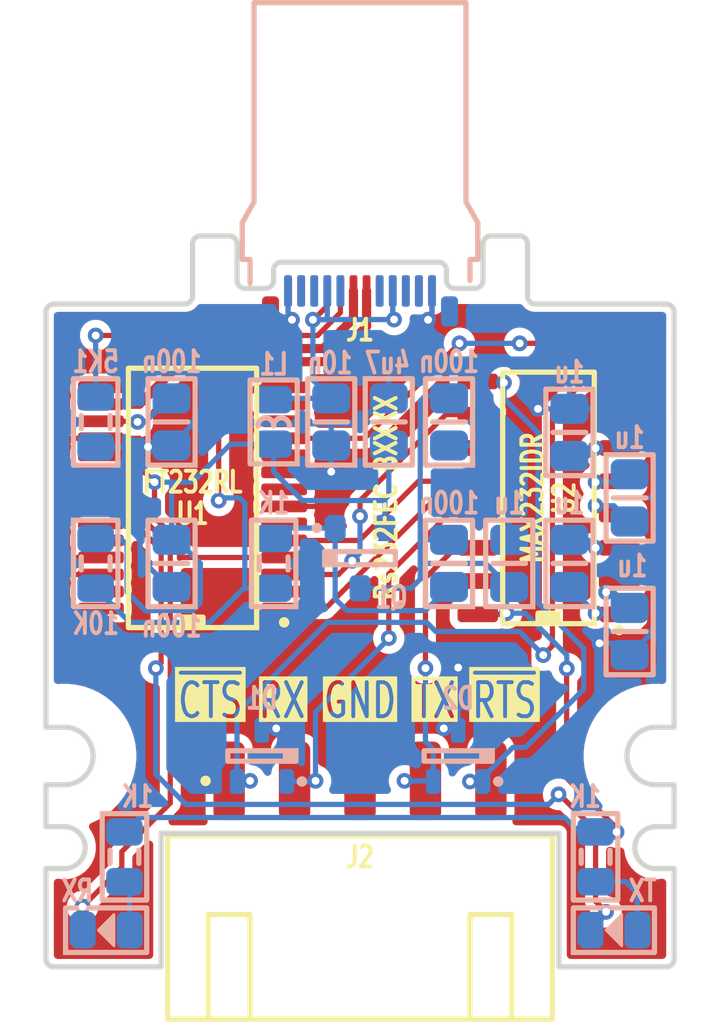
<source format=kicad_pcb>
(kicad_pcb (version 20241229) (generator "pcbnew") (generator_version "9.0")
  (layers (0 "F.Cu" signal) (2 "B.Cu" jumper) (13 "F.Paste" user) (15 "B.Paste" user) (5 "F.SilkS" user "F.Silkscreen") (7 "B.SilkS" user "B.Silkscreen") (1 "F.Mask" user) (3 "B.Mask" user) (25 "Edge.Cuts" user))
  (net 0 "")
  (net 1 "A_CC")
  (net 2 "TXD")
  (net 3 "5V")
  (net 4 "RXD")
  (net 5 "USB_DP")
  (net 6 "USB_DM")
  (net 7 "GND")
  (net 8 "USB_Vin")
  (net 9 "3V3")
  (net 10 "LED_TXD")
  (net 11 "LED_TXD'")
  (net 12 "LED_RXD'")
  (net 13 "LED_RXD")
  (net 14 "5V_SW")
  (net 15 "PWREN#'")
  (net 16 "PWREN#")
  (net 17 "C1-")
  (net 18 "C1+")
  (net 19 "C2+")
  (net 20 "C2-")
  (net 21 "RS232_TX")
  (net 22 "RS232_RX")
  (net 23 "VS-")
  (net 24 "VS+")
  (net 25 "RS232_CTS")
  (net 26 "RS232_RTS")
  (net 27 "RTS")
  (net 28 "CTS")
  (footprint "Medo64:J USB C 3.2 Edge (24w)" (layer "F.Cu") (at 32 22)
    (property "Reference" "J1")
    (property "Value" "105444-0001" (hide yes))
  )
  (footprint "Medo64:J JST XH Edge [RS232] (5w)" (layer "F.Cu") (at 32 40.8)
    (property "Reference" "J2")
    (property "Value" "B5B-XH-A")
  )
  (footprint "Medo64:U Transceiver UART [FT232R] (SSOP-28)" (layer "F.Cu") (at 25.6 30 180)
    (property "Reference" "U1")
    (property "Value" "FT232RL")
  )
  (footprint "Medo64:U Transceiver RS232 [MAX232IDR] (SOIC-16)" (layer "F.Cu") (at 39.2 30 180)
    (property "Reference" "U2")
    (property "Value" "MAX232IDR")
  )
  (footprint "Medo64:R (0805)" (layer "B.Cu") (at 41 43.7 -90)
    (property "Reference" "R2" (hide yes))
    (property "Value" "1K")
  )
  (footprint "Medo64:C (0805)" (layer "B.Cu") (at 42.3 35.1 -90)
    (property "Reference" "C10" (hide yes))
    (property "Value" "1u")
  )
  (footprint "Medo64:L (0805)" (layer "B.Cu") (at 28.7 27.1 90)
    (property "Reference" "L1")
    (property "Value" "600R" (hide yes))
  )
  (footprint "Medo64:C (0805)" (layer "B.Cu") (at 40 27.5 90)
    (property "Reference" "C7" (hide yes))
    (property "Value" "1u")
  )
  (footprint "Medo64:D TVS 12V [PESD12VL2BT,215] (SOT23-3)" (layer "B.Cu") (at 28.25 39.85 180)
    (property "Reference" "D1")
    (property "Value" "PESD12VL2BT" (hide yes))
  )
  (footprint "Medo64:C (0805)" (layer "B.Cu") (at 30.9 27.1 90)
    (property "Reference" "C1" (hide yes))
    (property "Value" "10n")
  )
  (footprint "Medo64:DS (0805)" (layer "B.Cu") (at 41.7 46.5)
    (property "Reference" "DS2" (hide yes))
    (property "Value" "TX")
  )
  (footprint "Medo64:R (0805)" (layer "B.Cu") (at 28.7 32.5 90)
    (property "Reference" "R3" (hide yes))
    (property "Value" "1K")
  )
  (footprint "Medo64:R (0805)" (layer "B.Cu") (at 21.9 32.5 -90)
    (property "Reference" "R5" (hide yes))
    (property "Value" "10K")
  )
  (footprint "Medo64:C (0805)" (layer "B.Cu") (at 24.8 27.1 90)
    (property "Reference" "C3" (hide yes))
    (property "Value" "100n")
  )
  (footprint "Medo64:C (0805)" (layer "B.Cu") (at 35.4 27.1 90)
    (property "Reference" "C4" (hide yes))
    (property "Value" "100n")
  )
  (footprint "Medo64:C (0805)" (layer "B.Cu") (at 24.8 32.5 90)
    (property "Reference" "C2" (hide yes))
    (property "Value" "100n")
  )
  (footprint "Medo64:R (0805)" (layer "B.Cu") (at 21.9 27.1 90)
    (property "Reference" "R4" (hide yes))
    (property "Value" "5K1")
  )
  (footprint "Medo64:D TVS 12V [PESD12VL2BT,215] (SOT23-3)" (layer "B.Cu") (at 35.75 39.85 180)
    (property "Reference" "D2")
    (property "Value" "PESD12VL2BT" (hide yes))
  )
  (footprint "Medo64:C (0805)" (layer "B.Cu") (at 42.3 30 -90)
    (property "Reference" "C9" (hide yes))
    (property "Value" "1u")
  )
  (footprint "Medo64:C (0805)" (layer "B.Cu") (at 37.7 32.5 90)
    (property "Reference" "C6" (hide yes))
    (property "Value" "1u")
  )
  (footprint "Medo64:C (0805)" (layer "B.Cu") (at 40 32.5 90)
    (property "Reference" "C9" (hide yes))
    (property "Value" "1u")
  )
  (footprint "Medo64:Q MOSFET-P (SOT23-3)" (layer "B.Cu") (at 32 32.3)
    (property "Reference" "Q1")
    (property "Value" "DMP3099L-13" (hide yes))
  )
  (footprint "Medo64:DS (0805)" (layer "B.Cu") (at 22.3 46.5)
    (property "Reference" "DS1" (hide yes))
    (property "Value" "RX")
  )
  (footprint "Medo64:R (0805)" (layer "B.Cu") (at 23 43.7 -90)
    (property "Reference" "R1" (hide yes))
    (property "Value" "1K")
  )
  (footprint "Medo64:C (0805)" (layer "B.Cu") (at 33.1 27.1 -90)
    (property "Reference" "C6" (hide yes))
    (property "Value" "4u7")
  )
  (footprint "Medo64:C (0805)" (layer "B.Cu") (at 35.4 32.5 90)
    (property "Reference" "C5" (hide yes))
    (property "Value" "100n")
  )
  (gr_line (start 38.4 20.3) (end 38.4 22.3) (stroke (width 0.2)) (layer "Edge.Cuts"))
  (gr_arc (start 25.6 22.3) (mid 25.512132 22.512132) (end 25.3 22.6) (stroke (width 0.2)) (layer "Edge.Cuts"))
  (gr_arc (start 43.3 40.95) (mid 42.2 39.85) (end 43.3 38.75) (stroke (width 0.2)) (layer "Edge.Cuts"))
  (gr_line (start 39.6 47.9) (end 43.7 47.9) (stroke (width 0.2)) (layer "Edge.Cuts"))
  (gr_line (start 20.7 40.95) (end 20 40.95) (stroke (width 0.2)) (layer "Edge.Cuts"))
  (gr_line (start 43.3 40.95) (end 44 40.95) (stroke (width 0.2)) (layer "Edge.Cuts"))
  (gr_line (start 44 44.15) (end 43.3 44.15) (stroke (width 0.2)) (layer "Edge.Cuts"))
  (gr_arc (start 35 21) (mid 35.212132 21.087868) (end 35.3 21.3) (stroke (width 0.2)) (layer "Edge.Cuts"))
  (gr_arc (start 28.7 21.3) (mid 28.787868 21.087868) (end 29 21) (stroke (width 0.2)) (layer "Edge.Cuts"))
  (gr_line (start 38.1 20) (end 37 20) (stroke (width 0.2)) (layer "Edge.Cuts"))
  (gr_arc (start 28.7 21.7) (mid 28.612132 21.912132) (end 28.4 22) (stroke (width 0.2)) (layer "Edge.Cuts"))
  (gr_arc (start 27 20) (mid 27.212132 20.087868) (end 27.3 20.3) (stroke (width 0.2)) (layer "Edge.Cuts"))
  (gr_arc (start 43.7 22.6) (mid 43.912132 22.687868) (end 44 22.9) (stroke (width 0.2)) (layer "Edge.Cuts"))
  (gr_line (start 20 44.15) (end 20 47.6) (stroke (width 0.2)) (layer "Edge.Cuts"))
  (gr_line (start 20 38.75) (end 20.7 38.75) (stroke (width 0.2)) (layer "Edge.Cuts"))
  (gr_line (start 44 42.55) (end 43.3 42.55) (stroke (width 0.2)) (layer "Edge.Cuts"))
  (gr_arc (start 38.7 22.6) (mid 38.487868 22.512132) (end 38.4 22.3) (stroke (width 0.2)) (layer "Edge.Cuts"))
  (gr_line (start 44 42.55) (end 44 40.95) (stroke (width 0.2)) (layer "Edge.Cuts"))
  (gr_line (start 28.4 22) (end 27.6 22) (stroke (width 0.2)) (layer "Edge.Cuts"))
  (gr_line (start 43.7 22.6) (end 38.7 22.6) (stroke (width 0.2)) (layer "Edge.Cuts"))
  (gr_line (start 20.3 22.6) (end 25.3 22.6) (stroke (width 0.2)) (layer "Edge.Cuts"))
  (gr_arc (start 38.1 20) (mid 38.312132 20.087868) (end 38.4 20.3) (stroke (width 0.2)) (layer "Edge.Cuts"))
  (gr_arc (start 35.6 22) (mid 35.387868 21.912132) (end 35.3 21.7) (stroke (width 0.2)) (layer "Edge.Cuts"))
  (gr_line (start 35.3 21.7) (end 35.3 21.3) (stroke (width 0.2)) (layer "Edge.Cuts"))
  (gr_line (start 27.3 20.3) (end 27.3 21.7) (stroke (width 0.2)) (layer "Edge.Cuts"))
  (gr_arc (start 20 22.9) (mid 20.087868 22.687868) (end 20.3 22.6) (stroke (width 0.2)) (layer "Edge.Cuts"))
  (gr_arc (start 36.7 20.3) (mid 36.787868 20.087868) (end 37 20) (stroke (width 0.2)) (layer "Edge.Cuts"))
  (gr_arc (start 20.7 42.55) (mid 21.5 43.35) (end 20.7 44.15) (stroke (width 0.2)) (layer "Edge.Cuts"))
  (gr_arc (start 27.6 22) (mid 27.387868 21.912132) (end 27.3 21.7) (stroke (width 0.2)) (layer "Edge.Cuts"))
  (gr_line (start 36.7 20.3) (end 36.7 21.7) (stroke (width 0.2)) (layer "Edge.Cuts"))
  (gr_arc (start 44 47.6) (mid 43.912132 47.812132) (end 43.7 47.9) (stroke (width 0.2)) (layer "Edge.Cuts"))
  (gr_line (start 36.4 22) (end 35.6 22) (stroke (width 0.2)) (layer "Edge.Cuts"))
  (gr_line (start 44 22.9) (end 44 38.75) (stroke (width 0.2)) (layer "Edge.Cuts"))
  (gr_line (start 43.3 38.75) (end 44 38.75) (stroke (width 0.2)) (layer "Edge.Cuts"))
  (gr_line (start 28.7 21.7) (end 28.7 21.3) (stroke (width 0.2)) (layer "Edge.Cuts"))
  (gr_arc (start 20.7 38.75) (mid 21.8 39.85) (end 20.7 40.95) (stroke (width 0.2)) (layer "Edge.Cuts"))
  (gr_arc (start 43.3 44.15) (mid 42.5 43.35) (end 43.3 42.55) (stroke (width 0.2)) (layer "Edge.Cuts"))
  (gr_line (start 25.9 20) (end 27 20) (stroke (width 0.2)) (layer "Edge.Cuts"))
  (gr_line (start 25.6 20.3) (end 25.6 22.3) (stroke (width 0.2)) (layer "Edge.Cuts"))
  (gr_line (start 44 44.15) (end 44 47.6) (stroke (width 0.2)) (layer "Edge.Cuts"))
  (gr_line (start 20 22.9) (end 20 38.75) (stroke (width 0.2)) (layer "Edge.Cuts"))
  (gr_line (start 20.7 44.15) (end 20 44.15) (stroke (width 0.2)) (layer "Edge.Cuts"))
  (gr_line (start 39.6 42.8) (end 24.4 42.8) (stroke (width 0.2)) (layer "Edge.Cuts"))
  (gr_arc (start 25.6 20.3) (mid 25.687868 20.087868) (end 25.9 20) (stroke (width 0.2)) (layer "Edge.Cuts"))
  (gr_arc (start 36.7 21.7) (mid 36.612132 21.912132) (end 36.4 22) (stroke (width 0.2)) (layer "Edge.Cuts"))
  (gr_line (start 29 21) (end 35 21) (stroke (width 0.2)) (layer "Edge.Cuts"))
  (gr_line (start 24.4 47.9) (end 24.4 42.8) (stroke (width 0.2)) (layer "Edge.Cuts"))
  (gr_line (start 20.7 42.55) (end 20 42.55) (stroke (width 0.2)) (layer "Edge.Cuts"))
  (gr_line (start 20 42.55) (end 20 40.95) (stroke (width 0.2)) (layer "Edge.Cuts"))
  (gr_line (start 20.3 47.9) (end 24.4 47.9) (stroke (width 0.2)) (layer "Edge.Cuts"))
  (gr_line (start 39.6 47.9) (end 39.6 42.8) (stroke (width 0.2)) (layer "Edge.Cuts"))
  (gr_arc (start 20.3 47.9) (mid 20.087868 47.812132) (end 20 47.6) (stroke (width 0.2)) (layer "Edge.Cuts"))
  (gr_text "~{CTS}" (at 27.6 38.5 0) (layer "F.SilkS" knockout) (effects (font (size 1.3 0.9) (thickness 0.15) (bold yes)) (justify right bottom)))
  (gr_text "RX" (at 30 38.5 0) (layer "F.SilkS" knockout) (effects (font (size 1.3 0.9) (thickness 0.15) (bold yes)) (justify right bottom)))
  (gr_text "GND" (at 32 38.5 0) (layer "F.SilkS" knockout) (effects (font (size 1.3 0.9) (thickness 0.15) (bold yes)) (justify bottom)))
  (gr_text "TX" (at 34 38.5 0) (layer "F.SilkS" knockout) (effects (font (size 1.3 0.9) (thickness 0.15) (bold yes)) (justify left bottom)))
  (gr_text "Rs232FEC BXXXX" (at 33 30 90) (layer "F.SilkS") (effects (font (size 0.8 0.6) (thickness 0.15) (bold yes))))
  (gr_text "~{RTS}" (at 36.2 38.5 0) (layer "F.SilkS" knockout) (effects (font (size 1.3 0.9) (thickness 0.15) (bold yes)) (justify left bottom)))
  (segment (start 31.25 22.927808) (end 30.377808 23.8) (width 0.2) (layer "F.Cu") (net 1))
  (segment (start 31.25 22.1) (end 31.25 22.927808) (width 0.2) (layer "F.Cu") (net 1))
  (segment (start 30.377808 23.8) (end 21.9 23.8) (width 0.2) (layer "F.Cu") (net 1))
  (via (at 21.9 23.8) (size 0.6) (drill 0.3) (layers "F.Cu" "B.Cu") (net 1))
  (segment (start 21.9 23.8) (end 21.9 26.13) (width 0.2) (layer "B.Cu") (net 1))
  (segment (start 30.675 34.225) (end 34.9 30) (width 0.2) (layer "F.Cu") (net 2))
  (segment (start 37.6 29.752842) (end 37.6 28.8) (width 0.2) (layer "F.Cu") (net 2))
  (segment (start 37.352842 30) (end 37.6 29.752842) (width 0.2) (layer "F.Cu") (net 2))
  (segment (start 37.6 28.8) (end 36.895 28.095) (width 0.2) (layer "F.Cu") (net 2))
  (segment (start 29.1 34.225) (end 30.675 34.225) (width 0.2) (layer "F.Cu") (net 2))
  (segment (start 34.9 30) (end 37.352842 30) (width 0.2) (layer "F.Cu") (net 2))
  (segment (start 25.125 32.275) (end 25.1 32.3) (width 0.2) (layer "F.Cu") (net 3))
  (segment (start 24.15 29.4) (end 24.15 30.75) (width 0.2) (layer "F.Cu") (net 3))
  (segment (start 23.775 29.025) (end 24.15 29.4) (width 0.2) (layer "F.Cu") (net 3))
  (segment (start 25.1 31.7) (end 25.1 32.3) (width 0.2) (layer "F.Cu") (net 3))
  (segment (start 29.1 32.275) (end 25.125 32.275) (width 0.2) (layer "F.Cu") (net 3))
  (segment (start 24.15 30.75) (end 25.1 31.7) (width 0.2) (layer "F.Cu") (net 3))
  (segment (start 22.1 29.025) (end 23.775 29.025) (width 0.2) (layer "F.Cu") (net 3))
  (via (at 24.15 29.4) (size 0.6) (drill 0.3) (layers "F.Cu" "B.Cu") (net 3))
  (segment (start 33.1 29.9) (end 32.9 30.1) (width 0.2) (layer "B.Cu") (net 3))
  (segment (start 25.9 32.5) (end 25.9 34) (width 0.2) (layer "B.Cu") (net 3))
  (segment (start 32.9 30.1) (end 29.8 30.1) (width 0.2) (layer "B.Cu") (net 3))
  (segment (start 22.85 31.55) (end 21.9 31.55) (width 0.2) (layer "B.Cu") (net 3))
  (segment (start 23.1 33.6) (end 23.1 31.8) (width 0.2) (layer "B.Cu") (net 3))
  (segment (start 25.9 34) (end 25.6 34.3) (width 0.2) (layer "B.Cu") (net 3))
  (segment (start 24.8 29.4) (end 24.15 29.4) (width 0.2) (layer "B.Cu") (net 3))
  (segment (start 32.95 30.05) (end 33.1 29.9) (width 0.2) (layer "B.Cu") (net 3))
  (segment (start 25 31.6) (end 25.9 32.5) (width 0.2) (layer "B.Cu") (net 3))
  (segment (start 29.8 30.1) (end 28.7 29) (width 0.2) (layer "B.Cu") (net 3))
  (segment (start 28.7 27.95) (end 27.05 27.95) (width 0.2) (layer "B.Cu") (net 3))
  (segment (start 27.05 27.95) (end 25.6 29.4) (width 0.2) (layer "B.Cu") (net 3))
  (segment (start 23.8 34.3) (end 23.1 33.6) (width 0.2) (layer "B.Cu") (net 3))
  (segment (start 28.7 29) (end 28.7 27.95) (width 0.2) (layer "B.Cu") (net 3))
  (segment (start 23.1 31.8) (end 22.85 31.55) (width 0.2) (layer "B.Cu") (net 3))
  (segment (start 25.6 34.3) (end 23.8 34.3) (width 0.2) (layer "B.Cu") (net 3))
  (segment (start 32.95 31.15) (end 32.95 30.05) (width 0.2) (layer "B.Cu") (net 3))
  (segment (start 33.1 28) (end 33.1 29.9) (width 0.2) (layer "B.Cu") (net 3))
  (segment (start 25.6 29.4) (end 24.8 29.4) (width 0.2) (layer "B.Cu") (net 3))
  (segment (start 24.8 31.6) (end 24.8 29.4) (width 0.2) (layer "B.Cu") (net 3))
  (segment (start 31.975 31.625) (end 34.235 29.365) (width 0.2) (layer "F.Cu") (net 4))
  (segment (start 34.235 29.365) (end 36.5 29.365) (width 0.2) (layer "F.Cu") (net 4))
  (segment (start 29.1 31.625) (end 31.975 31.625) (width 0.2) (layer "F.Cu") (net 4))
  (segment (start 22.1 25.775) (end 23.517894 25.775) (width 0.35) (layer "F.Cu") (net 5))
  (segment (start 31.75 23.15) (end 31.75 22.1) (width 0.35) (layer "F.Cu") (net 5))
  (segment (start 24.992893 24.3) (end 30.6 24.3) (width 0.35) (layer "F.Cu") (net 5))
  (segment (start 30.6 24.3) (end 31.75 23.15) (width 0.35) (layer "F.Cu") (net 5))
  (segment (start 23.517894 25.775) (end 24.992893 24.3) (width 0.35) (layer "F.Cu") (net 5))
  (segment (start 30.907107 24.8) (end 25.2 24.8) (width 0.35) (layer "F.Cu") (net 6))
  (segment (start 32.25 22.1) (end 32.25 23.457107) (width 0.35) (layer "F.Cu") (net 6))
  (segment (start 25.2 24.8) (end 23.575 26.425) (width 0.35) (layer "F.Cu") (net 6))
  (segment (start 32.25 23.457107) (end 30.907107 24.8) (width 0.35) (layer "F.Cu") (net 6))
  (segment (start 23.575 26.425) (end 22.1 26.425) (width 0.35) (layer "F.Cu") (net 6))
  (segment (start 29.1 30.325) (end 30.575 30.325) (width 0.2) (layer "F.Cu") (net 7))
  (segment (start 35.174998 38.825002) (end 35.2 38.8) (width 0.3) (layer "F.Cu") (net 7))
  (segment (start 36.5 38.8) (end 38.4 36.9) (width 0.3) (layer "F.Cu") (net 7))
  (segment (start 34.75 22.1) (end 34.75 23.05) (width 0.2) (layer "F.Cu") (net 7))
  (segment (start 23.575 27.725) (end 23.9 28.05) (width 0.2) (layer "F.Cu") (net 7))
  (segment (start 38.4 36.9) (end 38.4 26.3) (width 0.3) (layer "F.Cu") (net 7))
  (segment (start 20.8 29.7) (end 20.825 29.675) (width 0.2) (layer "F.Cu") (net 7))
  (segment (start 22.1 27.725) (end 23.575 27.725) (width 0.2) (layer "F.Cu") (net 7))
  (segment (start 38.4 33.1) (end 38.4 33.175) (width 0.2) (layer "F.Cu") (net 7))
  (segment (start 38.8 26.6) (end 38.7 26.6) (width 0.2) (layer "F.Cu") (net 7))
  (segment (start 30.9 30) (end 30.9 29) (width 0.2) (layer "F.Cu") (net 7))
  (segment (start 34.75 22.95697) (end 34.75 22.1) (width 0.2) (layer "F.Cu") (net 7))
  (segment (start 22.1 32.275) (end 20.8 32.275) (width 0.2) (layer "F.Cu") (net 7))
  (segment (start 32 38.825002) (end 28.82501 38.825002) (width 0.3) (layer "F.Cu") (net 7))
  (segment (start 20.8 27.9) (end 20.975 27.725) (width 0.2) (layer "F.Cu") (net 7))
  (segment (start 38.7 26.6) (end 38.4 26.3) (width 0.2) (layer "F.Cu") (net 7))
  (segment (start 30.575 30.325) (end 30.9 30) (width 0.2) (layer "F.Cu") (net 7))
  (segment (start 28.82501 38.825002) (end 28.8 38.799992) (width 0.3) (layer "F.Cu") (net 7))
  (segment (start 36.077818 23.2) (end 38.4 25.522182) (width 0.3) (layer "F.Cu") (net 7))
  (segment (start 22.1 32.925) (end 20.925 32.925) (width 0.2) (layer "F.Cu") (net 7))
  (segment (start 34.6 23.2) (end 36.077818 23.2) (width 0.3) (layer "F.Cu") (net 7))
  (segment (start 29.25 23.05) (end 29.4 23.2) (width 0.2) (layer "F.Cu") (net 7))
  (segment (start 20.975 27.725) (end 22.1 27.725) (width 0.2) (layer "F.Cu") (net 7))
  (segment (start 32 38.825002) (end 35.174998 38.825002) (width 0.3) (layer "F.Cu") (net 7))
  (segment (start 32 40.8) (end 32 38.825002) (width 0.3) (layer "F.Cu") (net 7))
  (segment (start 20.825 29.675) (end 22.1 29.675) (width 0.2) (layer "F.Cu") (net 7))
  (segment (start 20.8 29.7) (end 20.8 27.9) (width 0.2) (layer "F.Cu") (net 7))
  (segment (start 34.75 23.05) (end 34.6 23.2) (width 0.2) (layer "F.Cu") (net 7))
  (segment (start 38.4 25.522182) (end 38.4 26.3) (width 0.3) (layer "F.Cu") (net 7))
  (segment (start 29.25 22.1) (end 29.25 23.05) (width 0.2) (layer "F.Cu") (net 7))
  (segment (start 34.50697 23.2) (end 34.75 22.95697) (width 0.2) (layer "F.Cu") (net 7))
  (segment (start 20.8 32.275) (end 20.8 29.7) (width 0.2) (layer "F.Cu") (net 7))
  (segment (start 35.2 38.8) (end 36.5 38.8) (width 0.3) (layer "F.Cu") (net 7))
  (segment (start 38.4 33.175) (end 36.5 33.175) (width 0.2) (layer "F.Cu") (net 7))
  (segment (start 20.8 32.8) (end 20.8 32.275) (width 0.2) (layer "F.Cu") (net 7))
  (segment (start 20.925 32.925) (end 20.8 32.8) (width 0.2) (layer "F.Cu") (net 7))
  (via (at 38.8 26.6) (size 0.6) (drill 0.3) (layers "F.Cu" "B.Cu") (net 7))
  (via (at 41.15 35.55) (size 0.6) (drill 0.3) (layers "F.Cu" "B.Cu") (net 7))
  (via (at 35.2 38.8) (size 0.6) (drill 0.3) (layers "F.Cu" "B.Cu") (net 7))
  (via (at 28.8 38.799992) (size 0.6) (drill 0.3) (layers "F.Cu" "B.Cu") (net 7))
  (via (at 23.9 28.05) (size 0.6) (drill 0.3) (layers "F.Cu" "B.Cu") (net 7))
  (via (at 29.4 23.2) (size 0.6) (drill 0.3) (layers "F.Cu" "B.Cu") (net 7))
  (via (at 30.9 29) (size 0.6) (drill 0.3) (layers "F.Cu" "B.Cu") (net 7))
  (via (at 34.6 23.2) (size 0.6) (drill 0.3) (layers "F.Cu" "B.Cu") (net 7))
  (via (at 35.75 36.475) (size 0.6) (drill 0.3) (layers "F.Cu" "B.Cu") (net 7))
  (segment (start 29.4 23.2) (end 27.3 25.3) (width 0.2) (layer "B.Cu") (net 7))
  (segment (start 33.1 25) (end 33.1 26.2) (width 0.2) (layer "B.Cu") (net 7))
  (segment (start 23.6 32.3) (end 23.6 28.05) (width 0.2) (layer "B.Cu") (net 7))
  (segment (start 24.7 33.4) (end 23.6 32.3) (width 0.2) (layer "B.Cu") (net 7))
  (segment (start 30.9 27.175) (end 31.925 27.175) (width 0.2) (layer "B.Cu") (net 7))
  (segment (start 43.275 26.975) (end 42.9 26.6) (width 0.2) (layer "B.Cu") (net 7))
  (segment (start 24.4 28.3) (end 24.15 28.05) (width 0.2) (layer "B.Cu") (net 7))
  (segment (start 37.7 31.6) (end 37.7 30.5) (width 0.2) (layer "B.Cu") (net 7))
  (segment (start 34.75 22.1) (end 34.75 23.05) (width 0.2) (layer "B.Cu") (net 7))
  (segment (start 40 26.6) (end 38.8 26.6) (width 0.2) (layer "B.Cu") (net 7))
  (segment (start 37.7 30.5) (end 36.5 29.3) (width 0.2) (layer "B.Cu") (net 7))
  (segment (start 33.4 24.7) (end 33.1 25) (width 0.2) (layer "B.Cu") (net 7))
  (segment (start 28.8 38.799992) (end 28.325008 38.799992) (width 0.3) (layer "B.Cu") (net 7))
  (segment (start 29.25 23.05) (end 29.25 22.1) (width 0.2) (layer "B.Cu") (net 7))
  (segment (start 35.6 28) (end 36.5 28) (width 0.2) (layer "B.Cu") (net 7))
  (segment (start 42.9 26.6) (end 40 26.6) (width 0.2) (layer "B.Cu") (net 7))
  (segment (start 36.5 28) (end 36.5 24.7) (width 0.2) (layer "B.Cu") (net 7))
  (segment (start 41.15 35.55) (end 41.85 35.55) (width 0.2) (layer "B.Cu") (net 7))
  (segment (start 24.15 28.05) (end 23.9 28.05) (width 0.2) (layer "B.Cu") (net 7))
  (segment (start 36.5 29.3) (end 36.5 28) (width 0.2) (layer "B.Cu") (net 7))
  (segment (start 27.3 25.3) (end 27.3 27.175) (width 0.2) (layer "B.Cu") (net 7))
  (segment (start 25.625 27.175) (end 27.3 27.175) (width 0.2) (layer "B.Cu") (net 7))
  (segment (start 40 26.6) (end 40 25) (width 0.2) (layer "B.Cu") (net 7))
  (segment (start 36.5 28) (end 35.4 28) (width 0.2) (layer "B.Cu") (net 7))
  (segment (start 31.925 27.175) (end 32.9 26.2) (width 0.2) (layer "B.Cu") (net 7))
  (segment (start 23.6 28.05) (end 23.9 28.05) (width 0.2) (layer "B.Cu") (net 7))
  (segment (start 42.3 36) (end 43.275 35.025) (width 0.2) (layer "B.Cu") (net 7))
  (segment (start 30.9 27.175) (end 30.9 28) (width 0.2) (layer "B.Cu") (net 7))
  (segment (start 21.92 28.05) (end 24.75 28.05) (width 0.2) (layer "B.Cu") (net 7))
  (segment (start 29.4 23.2) (end 29.25 23.05) (width 0.2) (layer "B.Cu") (net 7))
  (segment (start 43.275 35.025) (end 43.275 26.975) (width 0.2) (layer "B.Cu") (net 7))
  (segment (start 34.6 24.7) (end 34.6 23.2) (width 0.2) (layer "B.Cu") (net 7))
  (segment (start 34.75 23.05) (end 34.6 23.2) (width 0.2) (layer "B.Cu") (net 7))
  (segment (start 40 25) (end 39.7 24.7) (width 0.2) (layer "B.Cu") (net 7))
  (segment (start 36.2 24.7) (end 33.4 24.7) (width 0.2) (layer "B.Cu") (net 7))
  (segment (start 27.3 27.175) (end 30.9 27.175) (width 0.2) (layer "B.Cu") (net 7))
  (segment (start 39.7 24.7) (end 36.2 24.7) (width 0.2) (layer "B.Cu") (net 7))
  (segment (start 30.9 29) (end 30.9 28) (width 0.2) (layer "B.Cu") (net 7))
  (segment (start 24.8 28) (end 25.625 27.175) (width 0.2) (layer "B.Cu") (net 7))
  (segment (start 35.2 38.8) (end 35.675 38.8) (width 0.3) (layer "B.Cu") (net 7))
  (segment (start 36.5 24.7) (end 36.2 24.7) (width 0.2) (layer "B.Cu") (net 7))
  (segment (start 35.75 38.875) (end 35.75 36.475) (width 0.2) (layer "B.Cu") (net 7))
  (segment (start 33.25 22.1) (end 33.25 23.15) (width 0.2) (layer "F.Cu") (net 8))
  (segment (start 30.220236 23.19999) (end 30.2 23.19999) (width 0.2) (layer "F.Cu") (net 8))
  (segment (start 30.75 22.1) (end 30.75 22.670226) (width 0.2) (layer "F.Cu") (net 8))
  (segment (start 30.75 22.670226) (end 30.220236 23.19999) (width 0.2) (layer "F.Cu") (net 8))
  (via (at 30.2 23.19999) (size 0.6) (drill 0.3) (layers "F.Cu" "B.Cu") (net 8))
  (via (at 33.3 23.192136) (size 0.6) (drill 0.3) (layers "F.Cu" "B.Cu") (net 8))
  (segment (start 30.9 26.2) (end 30.2 25.5) (width 0.2) (layer "B.Cu") (net 8))
  (segment (start 30.2 25.5) (end 30.2 23.19999) (width 0.2) (layer "B.Cu") (net 8))
  (segment (start 30.692146 23.19999) (end 30.2 23.19999) (width 0.2) (layer "B.Cu") (net 8))
  (segment (start 33.25 22.1) (end 33.25 23.05) (width 0.2) (layer "B.Cu") (net 8))
  (segment (start 30.75 23.142136) (end 30.692146 23.19999) (width 0.2) (layer "B.Cu") (net 8))
  (segment (start 30.9 26.2) (end 28.75 26.2) (width 0.2) (layer "B.Cu") (net 8))
  (segment (start 30.75 22.1) (end 30.75 23.142136) (width 0.2) (layer "B.Cu") (net 8))
  (segment (start 33.25 23.05) (end 33.3 23.1) (width 0.2) (layer "B.Cu") (net 8))
  (segment (start 30.207854 23.192136) (end 30.2 23.19999) (width 0.2) (layer "B.Cu") (net 8))
  (segment (start 33.3 23.192136) (end 30.207854 23.192136) (width 0.2) (layer "B.Cu") (net 8))
  (segment (start 23.475 27.075) (end 23.5 27.1) (width 0.2) (layer "F.Cu") (net 9))
  (segment (start 22.1 27.075) (end 23.475 27.075) (width 0.2) (layer "F.Cu") (net 9))
  (via (at 23.5 27.1) (size 0.6) (drill 0.3) (layers "F.Cu" "B.Cu") (net 9))
  (segment (start 23.5 27.1) (end 23.8 27.1) (width 0.2) (layer "B.Cu") (net 9))
  (segment (start 23.8 27.1) (end 24.4 26.5) (width 0.2) (layer "B.Cu") (net 9))
  (segment (start 39.616727 41.316727) (end 39.586153 41.316727) (width 0.2) (layer "F.Cu") (net 10))
  (segment (start 41 45.4) (end 41 42.7) (width 0.2) (layer "F.Cu") (net 10))
  (segment (start 22.1 30.975) (end 23.38505 30.975) (width 0.2) (layer "F.Cu") (net 10))
  (segment (start 41 42.7) (end 39.616727 41.316727) (width 0.2) (layer "F.Cu") (net 10))
  (segment (start 23.38505 30.975) (end 24.4 31.98995) (width 0.2) (layer "F.Cu") (net 10))
  (segment (start 41.4 45.8) (end 41 45.4) (width 0.2) (layer "F.Cu") (net 10))
  (segment (start 24.4 36.3) (end 24.2 36.5) (width 0.2) (layer "F.Cu") (net 10))
  (segment (start 24.4 31.98995) (end 24.4 36.3) (width 0.2) (layer "F.Cu") (net 10))
  (via (at 41.4 45.8) (size 0.6) (drill 0.3) (layers "F.Cu" "B.Cu") (net 10))
  (via (at 24.2 36.5) (size 0.6) (drill 0.3) (layers "F.Cu" "B.Cu") (net 10))
  (via (at 39.586153 41.316727) (size 0.6) (drill 0.3) (layers "F.Cu" "B.Cu") (net 10))
  (segment (start 41.4 45.9) (end 41.4 45.8) (width 0.2) (layer "B.Cu") (net 10))
  (segment (start 39.20288 41.7) (end 39.586153 41.316727) (width 0.2) (layer "B.Cu") (net 10))
  (segment (start 24.2 40.55) (end 25.35 41.7) (width 0.2) (layer "B.Cu") (net 10))
  (segment (start 25.35 41.7) (end 39.20288 41.7) (width 0.2) (layer "B.Cu") (net 10))
  (segment (start 24.2 36.5) (end 24.2 40.55) (width 0.2) (layer "B.Cu") (net 10))
  (segment (start 40.8 46.5) (end 41.4 45.9) (width 0.2) (layer "B.Cu") (net 10))
  (segment (start 42.6 46.5) (end 42.6 45.1) (width 0.2) (layer "B.Cu") (net 11))
  (segment (start 42.15 44.65) (end 41 44.65) (width 0.2) (layer "B.Cu") (net 11))
  (segment (start 42.6 45.1) (end 42.15 44.65) (width 0.2) (layer "B.Cu") (net 11))
  (segment (start 23.2 46.5) (end 23.2 44.85) (width 0.2) (layer "B.Cu") (net 12))
  (segment (start 22.9 43.5) (end 22.9 44.099996) (width 0.2) (layer "F.Cu") (net 13))
  (segment (start 22.1 30.325) (end 23.230026 30.325) (width 0.2) (layer "F.Cu") (net 13))
  (segment (start 22.9 44.099996) (end 21.4 45.599996) (width 0.2) (layer "F.Cu") (net 13))
  (segment (start 24.75 31.844974) (end 24.75 41.65) (width 0.2) (layer "F.Cu") (net 13))
  (segment (start 24.75 41.65) (end 22.9 43.5) (width 0.2) (layer "F.Cu") (net 13))
  (segment (start 23.230026 30.325) (end 24.75 31.844974) (width 0.2) (layer "F.Cu") (net 13))
  (via (at 21.4 45.599996) (size 0.6) (drill 0.3) (layers "F.Cu" "B.Cu") (net 13))
  (segment (start 21.4 46.5) (end 21.4 45.599996) (width 0.2) (layer "B.Cu") (net 13))
  (segment (start 39.894086 40.694086) (end 39.894086 36.51972) (width 0.2) (layer "F.Cu") (net 14))
  (segment (start 39.894086 36.51972) (end 39.9 36.513806) (width 0.2) (layer "F.Cu") (net 14))
  (segment (start 37.55499 34.445) (end 37.59999 34.4) (width 0.2) (layer "F.Cu") (net 14))
  (segment (start 41.800002 42.600002) (end 39.894086 40.694086) (width 0.2) (layer "F.Cu") (net 14))
  (segment (start 36.5 34.445) (end 37.55499 34.445) (width 0.2) (layer "F.Cu") (net 14))
  (segment (start 41.800002 42.752751) (end 41.800002 42.600002) (width 0.2) (layer "F.Cu") (net 14))
  (via (at 37.59999 34.4) (size 0.6) (drill 0.3) (layers "F.Cu" "B.Cu") (net 14))
  (via (at 39.9 36.513806) (size 0.6) (drill 0.3) (layers "F.Cu" "B.Cu") (net 14))
  (via (at 41.800002 42.752751) (size 0.6) (drill 0.3) (layers "F.Cu" "B.Cu") (net 14))
  (segment (start 34.3 32.5) (end 34.3 31.4) (width 0.2) (layer "B.Cu") (net 14))
  (segment (start 37.7 33.4) (end 36.8 32.5) (width 0.2) (layer "B.Cu") (net 14))
  (segment (start 34.3 33.1) (end 34.3 32.5) (width 0.2) (layer "B.Cu") (net 14))
  (segment (start 34.3 26.3) (end 34.5 26.1) (width 0.2) (layer "B.Cu") (net 14))
  (segment (start 34.3 31.4) (end 34.3 26.3) (width 0.2) (layer "B.Cu") (net 14))
  (segment (start 32 33.45) (end 33.95 33.45) (width 0.2) (layer "B.Cu") (net 14))
  (segment (start 41.797251 42.75) (end 41.800002 42.752751) (width 0.2) (layer "B.Cu") (net 14))
  (segment (start 39.9 36) (end 39.9 36.513806) (width 0.2) (layer "B.Cu") (net 14))
  (segment (start 23 42.75) (end 23.55 42.2) (width 0.2) (layer "B.Cu") (net 14))
  (segment (start 40.372182 42.75) (end 41 42.75) (width 0.2) (layer "B.Cu") (net 14))
  (segment (start 36.8 32.5) (end 34.3 32.5) (width 0.2) (layer "B.Cu") (net 14))
  (segment (start 37.59999 33.50001) (end 37.59999 34.4) (width 0.2) (layer "B.Cu") (net 14))
  (segment (start 38.3 34.4) (end 39.9 36) (width 0.2) (layer "B.Cu") (net 14))
  (segment (start 39.822182 42.2) (end 40.372182 42.75) (width 0.2) (layer "B.Cu") (net 14))
  (segment (start 35.4 31.6) (end 34.3 31.6) (width 0.2) (layer "B.Cu") (net 14))
  (segment (start 33.95 33.45) (end 34.3 33.1) (width 0.2) (layer "B.Cu") (net 14))
  (segment (start 37.59999 34.4) (end 38.3 34.4) (width 0.2) (layer "B.Cu") (net 14))
  (segment (start 41 42.75) (end 41.797251 42.75) (width 0.2) (layer "B.Cu") (net 14))
  (segment (start 34.5 26.1) (end 35.3 26.1) (width 0.2) (layer "B.Cu") (net 14))
  (segment (start 34.3 31.6) (end 34.3 31.4) (width 0.2) (layer "B.Cu") (net 14))
  (segment (start 23.55 42.2) (end 39.822182 42.2) (width 0.2) (layer "B.Cu") (net 14))
  (segment (start 31.5 34.3) (end 31.05 33.85) (width 0.2) (layer "B.Cu") (net 15))
  (segment (start 34.5 34.3) (end 31.5 34.3) (width 0.2) (layer "B.Cu") (net 15))
  (segment (start 35.4 33.4) (end 34.5 34.3) (width 0.2) (layer "B.Cu") (net 15))
  (segment (start 31.05 31.15) (end 29.1 31.15) (width 0.2) (layer "B.Cu") (net 15))
  (segment (start 31.05 33.85) (end 31.05 31.15) (width 0.2) (layer "B.Cu") (net 15))
  (segment (start 29.1 25.775) (end 28.025 25.775) (width 0.2) (layer "F.Cu") (net 16))
  (segment (start 28.025 25.775) (end 26.6 27.2) (width 0.2) (layer "F.Cu") (net 16))
  (segment (start 26.6 27.2) (end 26.6 30) (width 0.2) (layer "F.Cu") (net 16))
  (via (at 26.6 30.1) (size 0.6) (drill 0.3) (layers "F.Cu" "B.Cu") (net 16))
  (segment (start 28.475 33.45) (end 27.6 33.45) (width 0.2) (layer "B.Cu") (net 16))
  (segment (start 28.7 33.45) (end 27.55 33.45) (width 0.2) (layer "B.Cu") (net 16))
  (segment (start 27.6 30.2) (end 27.4 30) (width 0.2) (layer "B.Cu") (net 16))
  (segment (start 23.2 34.75) (end 21.9 33.45) (width 0.2) (layer "B.Cu") (net 16))
  (segment (start 27.4 30) (end 26.6 30) (width 0.2) (layer "B.Cu") (net 16))
  (segment (start 27.6 33.45) (end 27.6 30.2) (width 0.2) (layer "B.Cu") (net 16))
  (segment (start 27.55 33.45) (end 26.25 34.75) (width 0.2) (layer "B.Cu") (net 16))
  (segment (start 26.25 34.75) (end 23.2 34.75) (width 0.2) (layer "B.Cu") (net 16))
  (segment (start 41.9 31.905) (end 40.905 31.905) (width 0.2) (layer "F.Cu") (net 17))
  (via (at 41 31.905) (size 0.6) (drill 0.3) (layers "F.Cu" "B.Cu") (net 17))
  (segment (start 40.695 31.6) (end 41 31.905) (width 0.2) (layer "B.Cu") (net 17))
  (segment (start 40 31.6) (end 40.695 31.6) (width 0.2) (layer "B.Cu") (net 17))
  (segment (start 41.9 34.445) (end 41.045 34.445) (width 0.2) (layer "F.Cu") (net 18))
  (segment (start 41.045 34.445) (end 41 34.4) (width 0.2) (layer "F.Cu") (net 18))
  (via (at 41 34.4) (size 0.6) (drill 0.3) (layers "F.Cu" "B.Cu") (net 18))
  (segment (start 40 33.4) (end 41 34.4) (width 0.2) (layer "B.Cu") (net 18))
  (segment (start 41.435 30.635) (end 41 30.2) (width 0.2) (layer "F.Cu") (net 19))
  (via (at 41 30.3) (size 0.6) (drill 0.3) (layers "F.Cu" "B.Cu") (net 19))
  (segment (start 41.7 30.3) (end 42.3 30.9) (width 0.2) (layer "B.Cu") (net 19))
  (segment (start 41 30.3) (end 41.7 30.3) (width 0.2) (layer "B.Cu") (net 19))
  (segment (start 41.9 29.365) (end 41.035 29.365) (width 0.2) (layer "F.Cu") (net 20))
  (segment (start 41.035 29.365) (end 41 29.4) (width 0.2) (layer "F.Cu") (net 20))
  (via (at 41 29.4) (size 0.6) (drill 0.3) (layers "F.Cu" "B.Cu") (net 20))
  (segment (start 41 29.4) (end 42 29.4) (width 0.2) (layer "B.Cu") (net 20))
  (segment (start 36.5 31.905) (end 35.645 31.905) (width 0.2) (layer "F.Cu") (net 21))
  (segment (start 34.5 40.8) (end 33.700008 40.8) (width 0.2) (layer "F.Cu") (net 21))
  (segment (start 34.5 33.05) (end 34.5 36.499996) (width 0.2) (layer "F.Cu") (net 21))
  (segment (start 35.645 31.905) (end 34.5 33.05) (width 0.2) (layer "F.Cu") (net 21))
  (via (at 33.700008 40.8) (size 0.6) (drill 0.3) (layers "F.Cu" "B.Cu") (net 21))
  (via (at 34.5 36.499996) (size 0.6) (drill 0.3) (layers "F.Cu" "B.Cu") (net 21))
  (segment (start 34.8 39.6) (end 34.8 40.825) (width 0.2) (layer "B.Cu") (net 21))
  (segment (start 33.700008 40.8) (end 34.775 40.8) (width 0.2) (layer "B.Cu") (net 21))
  (segment (start 34.5 39.3) (end 34.8 39.6) (width 0.2) (layer "B.Cu") (net 21))
  (segment (start 34.5 36.499996) (end 34.5 39.3) (width 0.2) (layer "B.Cu") (net 21))
  (segment (start 30.3 40.80001) (end 29.50001 40.80001) (width 0.2) (layer "F.Cu") (net 22))
  (segment (start 33.1 32.9) (end 33.1 35.35) (width 0.2) (layer "F.Cu") (net 22))
  (segment (start 36.5 30.635) (end 35.365 30.635) (width 0.2) (layer "F.Cu") (net 22))
  (segment (start 35.365 30.635) (end 33.1 32.9) (width 0.2) (layer "F.Cu") (net 22))
  (via (at 33.1 35.35) (size 0.6) (drill 0.3) (layers "F.Cu" "B.Cu") (net 22))
  (via (at 30.3 40.80001) (size 0.6) (drill 0.3) (layers "F.Cu" "B.Cu") (net 22))
  (segment (start 29.2 40.825) (end 30.27501 40.825) (width 0.2) (layer "B.Cu") (net 22))
  (segment (start 33.1 35.375) (end 30.3 38.175) (width 0.2) (layer "B.Cu") (net 22))
  (segment (start 30.27501 40.825) (end 30.3 40.80001) (width 0.2) (layer "B.Cu") (net 22))
  (segment (start 33.1 35.35) (end 33.1 35.375) (width 0.2) (layer "B.Cu") (net 22))
  (segment (start 30.3 38.175) (end 30.3 40.80001) (width 0.2) (layer "B.Cu") (net 22))
  (segment (start 41.9 28.095) (end 41.005 28.095) (width 0.2) (layer "F.Cu") (net 23))
  (segment (start 41.005 28.095) (end 41 28.1) (width 0.2) (layer "F.Cu") (net 23))
  (via (at 41 28.1) (size 0.6) (drill 0.3) (layers "F.Cu" "B.Cu") (net 23))
  (segment (start 40 28.4) (end 40.7 28.4) (width 0.2) (layer "B.Cu") (net 23))
  (segment (start 40.7 28.4) (end 41 28.1) (width 0.2) (layer "B.Cu") (net 23))
  (segment (start 41.4 33.675) (end 41.9 33.175) (width 0.2) (layer "F.Cu") (net 24))
  (via (at 41.4 33.6) (size 0.6) (drill 0.3) (layers "F.Cu" "B.Cu") (net 24))
  (segment (start 41.7 33.6) (end 41.4 33.6) (width 0.2) (layer "B.Cu") (net 24))
  (segment (start 42.3 34.2) (end 41.7 33.6) (width 0.2) (layer "B.Cu") (net 24))
  (segment (start 41.9 25.555) (end 40.545 25.555) (width 0.2) (layer "F.Cu") (net 25))
  (segment (start 27.8 40.8) (end 27 40.8) (width 0.2) (layer "F.Cu") (net 25))
  (segment (start 39.35 26.75) (end 39.35 35.649996) (width 0.2) (layer "F.Cu") (net 25))
  (segment (start 39.35 35.649996) (end 38.999996 36) (width 0.2) (layer "F.Cu") (net 25))
  (segment (start 40.545 25.555) (end 39.35 26.75) (width 0.2) (layer "F.Cu") (net 25))
  (via (at 38.999996 36) (size 0.6) (drill 0.3) (layers "F.Cu" "B.Cu") (net 25))
  (via (at 27.8 40.8) (size 0.6) (drill 0.3) (layers "F.Cu" "B.Cu") (net 25))
  (segment (start 27.3 40.825) (end 27.675 40.825) (width 0.2) (layer "B.Cu") (net 25))
  (segment (start 27.3 40.825) (end 27.775 40.825) (width 0.2) (layer "B.Cu") (net 25))
  (segment (start 27.675 40.825) (end 27.7 40.8) (width 0.2) (layer "B.Cu") (net 25))
  (segment (start 27.3 38.2) (end 27.3 40.825) (width 0.2) (layer "B.Cu") (net 25))
  (segment (start 38.099996 35.1) (end 34.894974 35.1) (width 0.2) (layer "B.Cu") (net 25))
  (segment (start 34.894974 35.1) (end 34.544974 34.75) (width 0.2) (layer "B.Cu") (net 25))
  (segment (start 27.775 40.825) (end 27.8 40.8) (width 0.2) (layer "B.Cu") (net 25))
  (segment (start 30.75 34.75) (end 27.3 38.2) (width 0.2) (layer "B.Cu") (net 25))
  (segment (start 34.544974 34.75) (end 30.75 34.75) (width 0.2) (layer "B.Cu") (net 25))
  (segment (start 38.999996 36) (end 38.099996 35.1) (width 0.2) (layer "B.Cu") (net 25))
  (segment (start 36.2 40.825) (end 36.975 40.825) (width 0.2) (layer "F.Cu") (net 26))
  (segment (start 37.5 25.599996) (end 36.544996 25.599996) (width 0.2) (layer "F.Cu") (net 26))
  (via (at 36.2 40.825) (size 0.6) (drill 0.3) (layers "F.Cu" "B.Cu") (net 26))
  (via (at 37.5 25.599996) (size 0.6) (drill 0.3) (layers "F.Cu" "B.Cu") (net 26))
  (segment (start 37.5 26.2) (end 37.5 25.599996) (width 0.2) (layer "B.Cu") (net 26))
  (segment (start 40.55 37.3) (end 40.55 35.75) (width 0.2) (layer "B.Cu") (net 26))
  (segment (start 36.7 40.825) (end 36.2 40.825) (width 0.2) (layer "B.Cu") (net 26))
  (segment (start 38.8 34) (end 38.8 27.5) (width 0.2) (layer "B.Cu") (net 26))
  (segment (start 38.325 39.525) (end 40.55 37.3) (width 0.2) (layer "B.Cu") (net 26))
  (segment (start 38.8 27.5) (end 37.5 26.2) (width 0.2) (layer "B.Cu") (net 26))
  (segment (start 40.55 35.75) (end 38.8 34) (width 0.2) (layer "B.Cu") (net 26))
  (segment (start 36.7 40.6625) (end 37.8375 39.525) (width 0.2) (layer "B.Cu") (net 26))
  (segment (start 37.8375 39.525) (end 38.325 39.525) (width 0.2) (layer "B.Cu") (net 26))
  (segment (start 35.275 26.825) (end 32 30.1) (width 0.2) (layer "F.Cu") (net 27))
  (segment (start 31.175 32.925) (end 31.7 32.4) (width 0.2) (layer "F.Cu") (net 27))
  (segment (start 29.1 32.925) (end 31.175 32.925) (width 0.2) (layer "F.Cu") (net 27))
  (segment (start 36.5 26.825) (end 35.275 26.825) (width 0.2) (layer "F.Cu") (net 27))
  (segment (start 32 30.1) (end 32 30.7) (width 0.2) (layer "F.Cu") (net 27))
  (via (at 31.7 32.4) (size 0.6) (drill 0.3) (layers "F.Cu" "B.Cu") (net 27))
  (via (at 32 30.7) (size 0.6) (drill 0.3) (layers "F.Cu" "B.Cu") (net 27))
  (segment (start 32 32.1) (end 31.7 32.4) (width 0.2) (layer "B.Cu") (net 27))
  (segment (start 32 30.7) (end 32 32.1) (width 0.2) (layer "B.Cu") (net 27))
  (segment (start 42.875 26.825) (end 43.2 26.5) (width 0.2) (layer "F.Cu") (net 28))
  (segment (start 41.9 26.825) (end 42.875 26.825) (width 0.2) (layer "F.Cu") (net 28))
  (segment (start 43.2 26.5) (end 43.2 24.4) (width 0.2) (layer "F.Cu") (net 28))
  (segment (start 32.175 27.725) (end 29.1 27.725) (width 0.2) (layer "F.Cu") (net 28))
  (segment (start 43.2 24.4) (end 42.9 24.1) (width 0.2) (layer "F.Cu") (net 28))
  (segment (start 42.9 24.1) (end 38.1 24.1) (width 0.2) (layer "F.Cu") (net 28))
  (segment (start 35.8 24.1) (end 32.175 27.725) (width 0.2) (layer "F.Cu") (net 28))
  (via (at 35.8 24.1) (size 0.6) (drill 0.3) (layers "F.Cu" "B.Cu") (net 28))
  (via (at 38.1 24.1) (size 0.6) (drill 0.3) (layers "F.Cu" "B.Cu") (net 28))
  (segment (start 38.1 24.1) (end 35.8 24.1) (width 0.2) (layer "B.Cu") (net 28))
  (zone (net 7) (net_name "GND") (layers "F.Cu" "B.Cu") (connect_pads no (clearance 0.3)) (min_thickness 0.3) (fill yes (thermal_gap 0.5) (thermal_bridge_width 0.5))
    (polygon (pts (xy 20 22.6) (xy 44 22.6) (xy 44 47.9) (xy 20 47.9)))
  )
)
</source>
